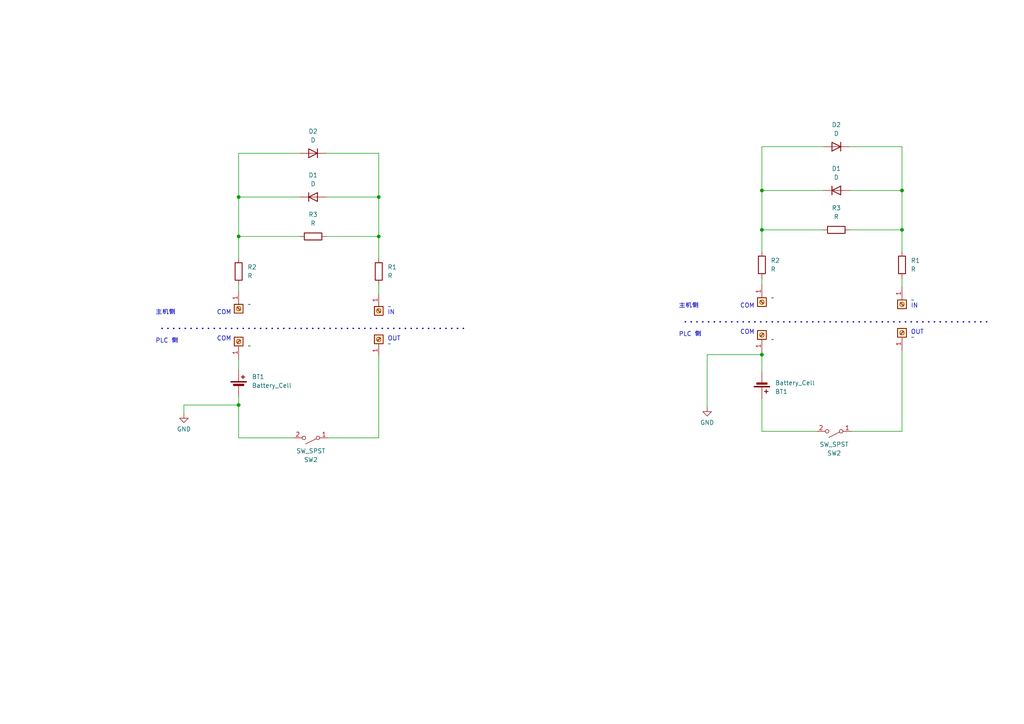
<source format=kicad_sch>
(kicad_sch (version 20230121) (generator eeschema)
  (paper "A4")
  (lib_symbols
    (symbol "Connector:Screw_Terminal_01x01" (pin_names (offset 1.016) hide)
      (property "Reference" "J" (at 0 2.54 0))
      (property "Value" "Screw_Terminal_01x01" (at 0 -2.54 0))
      (symbol "Screw_Terminal_01x01_1_1"
        (rectangle (start -1.27 1.27) (end 1.27 -1.27) (stroke (width 0.254)) (fill (type background)))
        (polyline (pts (xy -0.5334 0.3302) (xy 0.3302 -0.508)) (stroke (width 0.1524)))
        (polyline (pts (xy -0.3556 0.508) (xy 0.508 -0.3302)) (stroke (width 0.1524)))
        (circle (center 0 0) (radius 0.635) (stroke (width 0.1524)))
        (pin passive line (at -5.08 0 0) (length 3.81) (name "Pin_1") (number "1"))
      )
    )
    (symbol "Device:Battery_Cell" (pin_numbers hide) (pin_names (offset 0) hide)
      (property "Reference" "BT" (at 2.54 2.54 0))
      (property "Value" "Battery_Cell" (at 2.54 0 0))
      (symbol "Battery_Cell_0_1"
        (rectangle (start -2.286 1.778) (end 2.286 1.524) (fill (type outline)))
        (rectangle (start -1.524 1.016) (end 1.524 0.508) (fill (type outline)))
        (polyline (pts (xy 0 0.762) (xy 0 0)))
        (polyline (pts (xy 0 1.778) (xy 0 2.54)))
        (polyline (pts (xy 0.762 3.048) (xy 1.778 3.048)) (stroke (width 0.254)))
        (polyline (pts (xy 1.27 3.556) (xy 1.27 2.54)) (stroke (width 0.254)))
      )
      (symbol "Battery_Cell_1_1"
        (pin passive line (at 0 5.08 270) (length 2.54) (name "+") (number "1"))
        (pin passive line (at 0 -2.54 90) (length 2.54) (name "-") (number "2"))
      )
    )
    (symbol "Device:D" (pin_numbers hide) (pin_names (offset 1.016) hide)
      (property "Reference" "D" (at 0 2.54 0))
      (property "Value" "D" (at 0 -2.54 0))
      (symbol "D_0_1"
        (polyline (pts (xy -1.27 1.27) (xy -1.27 -1.27)) (stroke (width 0.254)))
        (polyline (pts (xy 1.27 0) (xy -1.27 0)))
        (polyline (pts (xy 1.27 1.27) (xy 1.27 -1.27) (xy -1.27 0) (xy 1.27 1.27)) (stroke (width 0.254)))
      )
      (symbol "D_1_1"
        (pin passive line (at -3.81 0 0) (length 2.54) (name "K") (number "1"))
        (pin passive line (at 3.81 0 180) (length 2.54) (name "A") (number "2"))
      )
    )
    (symbol "Device:R" (pin_numbers hide) (pin_names (offset 0))
      (property "Reference" "R" (at 2.032 0 90))
      (property "Value" "R" (at 0 0 90))
      (symbol "R_0_1"
        (rectangle (start -1.016 -2.54) (end 1.016 2.54) (stroke (width 0.254)))
      )
      (symbol "R_1_1"
        (pin passive line (at 0 3.81 270) (length 1.27) (name "~") (number "1"))
        (pin passive line (at 0 -3.81 90) (length 1.27) (name "~") (number "2"))
      )
    )
    (symbol "Switch:SW_SPST" (pin_names (offset 0) hide)
      (property "Reference" "SW" (at 0 3.175 0))
      (property "Value" "SW_SPST" (at 0 -2.54 0))
      (symbol "SW_SPST_0_0"
        (circle (center -2.032 0) (radius 0.508))
        (polyline (pts (xy -1.524 0.254) (xy 1.524 1.778)))
        (circle (center 2.032 0) (radius 0.508))
      )
      (symbol "SW_SPST_1_1"
        (pin passive line (at -5.08 0 0) (length 2.54) (name "A") (number "1"))
        (pin passive line (at 5.08 0 180) (length 2.54) (name "B") (number "2"))
      )
    )
    (symbol "power:GND" (power) (pin_names (offset 0))
      (property "Value" "GND" (at 0 -3.81 0))
      (symbol "GND_0_1"
        (polyline (pts (xy 0 0) (xy 0 -1.27) (xy 1.27 -1.27) (xy 0 -2.54) (xy -1.27 -1.27) (xy 0 -1.27)))
      )
      (symbol "GND_1_1"
        (pin power_in line (at 0 0 270) (length 0) hide (name "GND") (number "1"))
      )
    )
  )
  (junction (at 109.855 68.58))
  (junction (at 261.62 55.245))
  (junction (at 261.62 66.675))
  (junction (at 220.98 66.675))
  (junction (at 220.98 102.87))
  (junction (at 69.215 117.475))
  (junction (at 69.215 68.58))
  (junction (at 69.215 57.15))
  (junction (at 109.855 57.15))
  (junction (at 220.98 55.245))
  (wire (pts (xy 69.215 57.15) (xy 69.215 68.58)))
  (wire (pts (xy 220.98 55.245) (xy 220.98 66.675)))
  (wire (pts (xy 261.62 101.6) (xy 261.62 125.095)))
  (wire (pts (xy 109.855 68.58) (xy 109.855 74.93)))
  (wire (pts (xy 69.215 104.14) (xy 69.215 107.315)))
  (wire (pts (xy 238.76 55.245) (xy 220.98 55.245)))
  (wire (pts (xy 86.995 44.45) (xy 69.215 44.45)))
  (wire (pts (xy 69.215 82.55) (xy 69.215 84.455)))
  (wire (pts (xy 69.215 44.45) (xy 69.215 57.15)))
  (wire (pts (xy 220.98 125.095) (xy 236.855 125.095)))
  (wire (pts (xy 261.62 55.245) (xy 261.62 66.675)))
  (wire (pts (xy 69.215 68.58) (xy 86.995 68.58)))
  (polyline (pts (xy 198.755 93.345) (xy 287.655 93.345)) (stroke (width 0.4) (type dot)))
  (wire (pts (xy 95.25 127) (xy 109.855 127)))
  (wire (pts (xy 220.98 42.545) (xy 220.98 55.245)))
  (wire (pts (xy 246.38 66.675) (xy 261.62 66.675)))
  (wire (pts (xy 69.215 117.475) (xy 69.215 127)))
  (wire (pts (xy 220.98 66.675) (xy 238.76 66.675)))
  (wire (pts (xy 69.215 74.93) (xy 69.215 68.58)))
  (wire (pts (xy 109.855 82.55) (xy 109.855 85.09)))
  (wire (pts (xy 205.105 118.11) (xy 205.105 102.87)))
  (wire (pts (xy 220.98 125.095) (xy 220.98 115.57)))
  (wire (pts (xy 69.215 127) (xy 85.09 127)))
  (wire (pts (xy 238.76 42.545) (xy 220.98 42.545)))
  (wire (pts (xy 261.62 66.675) (xy 261.62 73.025)))
  (wire (pts (xy 220.98 102.87) (xy 220.98 107.95)))
  (wire (pts (xy 94.615 68.58) (xy 109.855 68.58)))
  (wire (pts (xy 86.995 57.15) (xy 69.215 57.15)))
  (wire (pts (xy 246.38 55.245) (xy 261.62 55.245)))
  (wire (pts (xy 109.855 44.45) (xy 109.855 57.15)))
  (wire (pts (xy 94.615 44.45) (xy 109.855 44.45)))
  (wire (pts (xy 53.34 117.475) (xy 69.215 117.475)))
  (wire (pts (xy 220.98 80.645) (xy 220.98 82.55)))
  (wire (pts (xy 246.38 42.545) (xy 261.62 42.545)))
  (wire (pts (xy 109.855 57.15) (xy 109.855 68.58)))
  (wire (pts (xy 205.105 102.87) (xy 220.98 102.87)))
  (wire (pts (xy 69.215 114.935) (xy 69.215 117.475)))
  (wire (pts (xy 247.015 125.095) (xy 261.62 125.095)))
  (polyline (pts (xy 46.99 95.25) (xy 135.89 95.25)) (stroke (width 0.4) (type dot)))
  (wire (pts (xy 220.98 102.235) (xy 220.98 102.87)))
  (wire (pts (xy 53.34 120.015) (xy 53.34 117.475)))
  (wire (pts (xy 261.62 42.545) (xy 261.62 55.245)))
  (wire (pts (xy 261.62 80.645) (xy 261.62 83.185)))
  (wire (pts (xy 109.855 103.505) (xy 109.855 127)))
  (wire (pts (xy 94.615 57.15) (xy 109.855 57.15)))
  (wire (pts (xy 220.98 73.025) (xy 220.98 66.675)))
  (text "COM" (at 214.63 89.535 0) (effects (font (size 1.27 1.27)) (justify left bottom)))
  (text "主机侧" (at 45.085 91.44 0) (effects (font (size 1.27 1.27)) (justify left bottom)))
  (text "COM" (at 214.63 97.155 0) (effects (font (size 1.27 1.27)) (justify left bottom)))
  (text "PLC 侧" (at 45.085 99.695 0) (effects (font (size 1.27 1.27)) (justify left bottom)))
  (text "IN" (at 264.16 89.535 0) (effects (font (size 1.27 1.27)) (justify left bottom)))
  (text "OUT" (at 264.16 97.155 0) (effects (font (size 1.27 1.27)) (justify left bottom)))
  (text "IN" (at 112.395 91.44 0) (effects (font (size 1.27 1.27)) (justify left bottom)))
  (text "主机侧" (at 196.85 89.535 0) (effects (font (size 1.27 1.27)) (justify left bottom)))
  (text "COM" (at 62.865 99.06 0) (effects (font (size 1.27 1.27)) (justify left bottom)))
  (text "PLC 侧" (at 196.85 97.79 0) (effects (font (size 1.27 1.27)) (justify left bottom)))
  (text "COM" (at 62.865 91.44 0) (effects (font (size 1.27 1.27)) (justify left bottom)))
  (text "OUT" (at 112.395 99.06 0) (effects (font (size 1.27 1.27)) (justify left bottom)))
  (symbol (lib_id "power:GND") (at 53.34 120.015 0) (unit 1)
    (property "Reference" "#PWR02" (effects hide))
    (property "Value" "GND" (at 53.34 124.46 0))
    (instances (project "SimpeIODiagram" (path "" (reference "#PWR02") (unit 1)) (path "" (reference "#PWR07") (unit 1)) (path "" (reference "#PWR01") (unit 1))))
  )
  (symbol (lib_id "Switch:SW_SPST") (at 241.935 125.095 180) (unit 1)
    (property "Reference" "SW2" (at 241.935 131.445 0))
    (property "Value" "SW_SPST" (at 241.935 128.905 0))
    (instances (project "SimpeIODiagram" (path "" (reference "SW2") (unit 1)) (path "" (reference "SW4") (unit 1)) (path "" (reference "SW1") (unit 1)) (path "" (reference "SW5") (unit 1))))
  )
  (symbol (lib_id "Device:D") (at 242.57 55.245 0) (unit 1)
    (property "Reference" "D1" (at 242.57 48.895 0))
    (property "Value" "D" (at 242.57 51.435 0))
    (property "Sim.Device" "D" (effects hide))
    (property "Sim.Pins" "1=K 2=A" (effects hide))
    (instances (project "SimpeIODiagram" (path "" (reference "D1") (unit 1)) (path "" (reference "D2") (unit 1)) (path "" (reference "D18") (unit 1)) (path "" (reference "D10") (unit 1))))
  )
  (symbol (lib_id "Device:R") (at 90.805 68.58 270) (unit 1)
    (property "Reference" "R3" (at 90.805 62.23 90))
    (property "Value" "R" (at 90.805 64.77 90))
    (instances (project "SimpeIODiagram" (path "" (reference "R3") (unit 1)) (path "" (reference "R2") (unit 1)) (path "" (reference "R2") (unit 1)) (path "" (reference "R10") (unit 1))))
  )
  (symbol (lib_id "Device:D") (at 242.57 42.545 180) (unit 1)
    (property "Reference" "D2" (at 242.57 36.195 0))
    (property "Value" "D" (at 242.57 38.735 0))
    (property "Sim.Device" "D" (effects hide))
    (property "Sim.Pins" "1=K 2=A" (effects hide))
    (instances (project "SimpeIODiagram" (path "" (reference "D2") (unit 1)) (path "" (reference "D1") (unit 1)) (path "" (reference "D17") (unit 1)) (path "" (reference "D9") (unit 1))))
  )
  (symbol (lib_id "Connector:Screw_Terminal_01x01") (at 109.855 90.17 90) (mirror x) (unit 1)
    (property "Reference" "J14" (effects hide))
    (property "Value" "~" (at 112.395 88.9 90) (effects (justify right)))
    (instances (project "SimpeIODiagram" (path "" (reference "J14") (unit 1)) (path "" (reference "J41") (unit 1)) (path "" (reference "J3") (unit 1))))
  )
  (symbol (lib_id "Device:D") (at 90.805 44.45 180) (unit 1)
    (property "Reference" "D2" (at 90.805 38.1 0))
    (property "Value" "D" (at 90.805 40.64 0))
    (property "Sim.Device" "D" (effects hide))
    (property "Sim.Pins" "1=K 2=A" (effects hide))
    (instances (project "SimpeIODiagram" (path "" (reference "D2") (unit 1)) (path "" (reference "D1") (unit 1)) (path "" (reference "D1") (unit 1)) (path "" (reference "D5") (unit 1))))
  )
  (symbol (lib_id "Device:Battery_Cell") (at 220.98 110.49 0) (mirror x) (unit 1)
    (property "Reference" "BT1" (at 224.79 113.6015 0) (effects (justify left)))
    (property "Value" "Battery_Cell" (at 224.79 111.0615 0) (effects (justify left)))
    (instances (project "SimpeIODiagram" (path "" (reference "BT1") (unit 1)) (path "" (reference "BT1") (unit 1)) (path "" (reference "BT3") (unit 1)) (path "" (reference "BT9") (unit 1)) (path "" (reference "BT5") (unit 1))))
  )
  (symbol (lib_id "Connector:Screw_Terminal_01x01") (at 261.62 96.52 90) (unit 1)
    (property "Reference" "J14" (effects hide))
    (property "Value" "~" (at 264.16 97.79 90) (effects (justify right)))
    (instances (project "SimpeIODiagram" (path "" (reference "J14") (unit 1)) (path "" (reference "J38") (unit 1)) (path "" (reference "J8") (unit 1))))
  )
  (symbol (lib_id "Device:R") (at 69.215 78.74 0) (unit 1)
    (property "Reference" "R2" (at 71.755 77.47 0) (effects (justify left)))
    (property "Value" "R" (at 71.755 80.01 0) (effects (justify left)))
    (instances (project "SimpeIODiagram" (path "" (reference "R2") (unit 1)) (path "" (reference "R1") (unit 1)) (path "" (reference "R1") (unit 1)) (path "" (reference "R8") (unit 1))))
  )
  (symbol (lib_id "Device:R") (at 261.62 76.835 0) (unit 1)
    (property "Reference" "R1" (at 264.16 75.565 0) (effects (justify left)))
    (property "Value" "R" (at 264.16 78.105 0) (effects (justify left)))
    (instances (project "SimpeIODiagram" (path "" (reference "R1") (unit 1)) (path "" (reference "R3") (unit 1)) (path "" (reference "R27") (unit 1)) (path "" (reference "R23") (unit 1))))
  )
  (symbol (lib_id "Device:Battery_Cell") (at 69.215 112.395 0) (unit 1)
    (property "Reference" "BT1" (at 73.025 109.2835 0) (effects (justify left)))
    (property "Value" "Battery_Cell" (at 73.025 111.8235 0) (effects (justify left)))
    (instances (project "SimpeIODiagram" (path "" (reference "BT1") (unit 1)) (path "" (reference "BT1") (unit 1)) (path "" (reference "BT3") (unit 1)) (path "" (reference "BT1") (unit 1)) (path "" (reference "BT4") (unit 1))))
  )
  (symbol (lib_id "Device:D") (at 90.805 57.15 0) (unit 1)
    (property "Reference" "D1" (at 90.805 50.8 0))
    (property "Value" "D" (at 90.805 53.34 0))
    (property "Sim.Device" "D" (effects hide))
    (property "Sim.Pins" "1=K 2=A" (effects hide))
    (instances (project "SimpeIODiagram" (path "" (reference "D1") (unit 1)) (path "" (reference "D2") (unit 1)) (path "" (reference "D2") (unit 1)) (path "" (reference "D6") (unit 1))))
  )
  (symbol (lib_id "Connector:Screw_Terminal_01x01") (at 69.215 99.06 90) (unit 1)
    (property "Reference" "J10" (effects hide))
    (property "Value" "~" (at 71.755 100.33 90) (effects (justify right)))
    (instances (project "SimpeIODiagram" (path "" (reference "J10") (unit 1)) (path "" (reference "J33") (unit 1)) (path "" (reference "J2") (unit 1))))
  )
  (symbol (lib_id "Connector:Screw_Terminal_01x01") (at 261.62 88.265 90) (mirror x) (unit 1)
    (property "Reference" "J14" (effects hide))
    (property "Value" "~" (at 264.16 86.995 90) (effects (justify right)))
    (instances (project "SimpeIODiagram" (path "" (reference "J14") (unit 1)) (path "" (reference "J37") (unit 1)) (path "" (reference "J7") (unit 1))))
  )
  (symbol (lib_id "Connector:Screw_Terminal_01x01") (at 69.215 89.535 90) (mirror x) (unit 1)
    (property "Reference" "J10" (effects hide))
    (property "Value" "~" (at 71.755 88.265 90) (effects (justify right)))
    (instances (project "SimpeIODiagram" (path "" (reference "J10") (unit 1)) (path "" (reference "J40") (unit 1)) (path "" (reference "J1") (unit 1))))
  )
  (symbol (lib_id "Device:R") (at 109.855 78.74 0) (unit 1)
    (property "Reference" "R1" (at 112.395 77.47 0) (effects (justify left)))
    (property "Value" "R" (at 112.395 80.01 0) (effects (justify left)))
    (instances (project "SimpeIODiagram" (path "" (reference "R1") (unit 1)) (path "" (reference "R3") (unit 1)) (path "" (reference "R3") (unit 1)) (path "" (reference "R19") (unit 1))))
  )
  (symbol (lib_id "Device:R") (at 220.98 76.835 0) (unit 1)
    (property "Reference" "R2" (at 223.52 75.565 0) (effects (justify left)))
    (property "Value" "R" (at 223.52 78.105 0) (effects (justify left)))
    (instances (project "SimpeIODiagram" (path "" (reference "R2") (unit 1)) (path "" (reference "R1") (unit 1)) (path "" (reference "R25") (unit 1)) (path "" (reference "R20") (unit 1))))
  )
  (symbol (lib_id "power:GND") (at 205.105 118.11 0) (unit 1)
    (property "Reference" "#PWR02" (effects hide))
    (property "Value" "GND" (at 205.105 122.555 0))
    (instances (project "SimpeIODiagram" (path "" (reference "#PWR02") (unit 1)) (path "" (reference "#PWR09") (unit 1)) (path "" (reference "#PWR04") (unit 1))))
  )
  (symbol (lib_id "Connector:Screw_Terminal_01x01") (at 220.98 87.63 90) (mirror x) (unit 1)
    (property "Reference" "J10" (effects hide))
    (property "Value" "~" (at 223.52 86.36 90) (effects (justify right)))
    (instances (project "SimpeIODiagram" (path "" (reference "J10") (unit 1)) (path "" (reference "J34") (unit 1)) (path "" (reference "J5") (unit 1))))
  )
  (symbol (lib_id "Switch:SW_SPST") (at 90.17 127 180) (unit 1)
    (property "Reference" "SW2" (at 90.17 133.35 0))
    (property "Value" "SW_SPST" (at 90.17 130.81 0))
    (instances (project "SimpeIODiagram" (path "" (reference "SW2") (unit 1)) (path "" (reference "SW4") (unit 1)) (path "" (reference "SW1") (unit 1)) (path "" (reference "SW3") (unit 1))))
  )
  (symbol (lib_id "Connector:Screw_Terminal_01x01") (at 109.855 98.425 90) (unit 1)
    (property "Reference" "J14" (effects hide))
    (property "Value" "~" (at 112.395 99.695 90) (effects (justify right)))
    (instances (project "SimpeIODiagram" (path "" (reference "J14") (unit 1)) (path "" (reference "J36") (unit 1)) (path "" (reference "J4") (unit 1))))
  )
  (symbol (lib_id "Device:R") (at 242.57 66.675 270) (unit 1)
    (property "Reference" "R3" (at 242.57 60.325 90))
    (property "Value" "R" (at 242.57 62.865 90))
    (instances (project "SimpeIODiagram" (path "" (reference "R3") (unit 1)) (path "" (reference "R2") (unit 1)) (path "" (reference "R26") (unit 1)) (path "" (reference "R22") (unit 1))))
  )
  (symbol (lib_id "Connector:Screw_Terminal_01x01") (at 220.98 97.155 90) (unit 1)
    (property "Reference" "J10" (effects hide))
    (property "Value" "~" (at 223.52 98.425 90) (effects (justify right)))
    (instances (project "SimpeIODiagram" (path "" (reference "J10") (unit 1)) (path "" (reference "J35") (unit 1)) (path "" (reference "J6") (unit 1))))
  )
)
</source>
